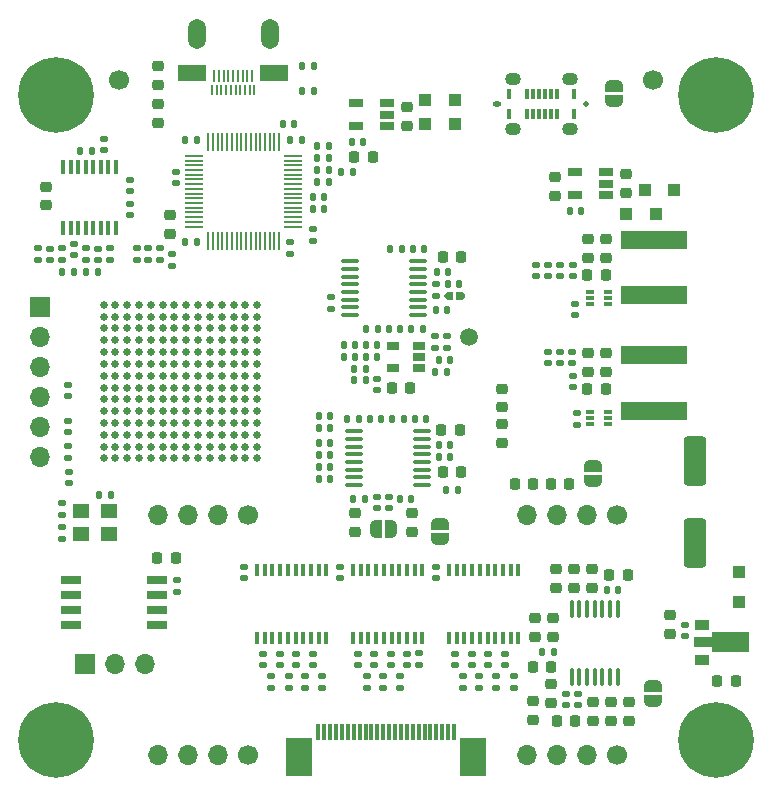
<source format=gbr>
%TF.GenerationSoftware,KiCad,Pcbnew,8.0.4*%
%TF.CreationDate,2024-11-18T22:27:40+01:00*%
%TF.ProjectId,hd_64_v0,68645f36-345f-4763-902e-6b696361645f,0.1*%
%TF.SameCoordinates,PX4737720PY55fe290*%
%TF.FileFunction,Soldermask,Top*%
%TF.FilePolarity,Negative*%
%FSLAX46Y46*%
G04 Gerber Fmt 4.6, Leading zero omitted, Abs format (unit mm)*
G04 Created by KiCad (PCBNEW 8.0.4) date 2024-11-18 22:27:40*
%MOMM*%
%LPD*%
G01*
G04 APERTURE LIST*
G04 Aperture macros list*
%AMRoundRect*
0 Rectangle with rounded corners*
0 $1 Rounding radius*
0 $2 $3 $4 $5 $6 $7 $8 $9 X,Y pos of 4 corners*
0 Add a 4 corners polygon primitive as box body*
4,1,4,$2,$3,$4,$5,$6,$7,$8,$9,$2,$3,0*
0 Add four circle primitives for the rounded corners*
1,1,$1+$1,$2,$3*
1,1,$1+$1,$4,$5*
1,1,$1+$1,$6,$7*
1,1,$1+$1,$8,$9*
0 Add four rect primitives between the rounded corners*
20,1,$1+$1,$2,$3,$4,$5,0*
20,1,$1+$1,$4,$5,$6,$7,0*
20,1,$1+$1,$6,$7,$8,$9,0*
20,1,$1+$1,$8,$9,$2,$3,0*%
%AMOutline5P*
0 Free polygon, 5 corners , with rotation*
0 The origin of the aperture is its center*
0 number of corners: always 5*
0 $1 to $10 corner X, Y*
0 $11 Rotation angle, in degrees counterclockwise*
0 create outline with 5 corners*
4,1,5,$1,$2,$3,$4,$5,$6,$7,$8,$9,$10,$1,$2,$11*%
%AMOutline6P*
0 Free polygon, 6 corners , with rotation*
0 The origin of the aperture is its center*
0 number of corners: always 6*
0 $1 to $12 corner X, Y*
0 $13 Rotation angle, in degrees counterclockwise*
0 create outline with 6 corners*
4,1,6,$1,$2,$3,$4,$5,$6,$7,$8,$9,$10,$11,$12,$1,$2,$13*%
%AMOutline7P*
0 Free polygon, 7 corners , with rotation*
0 The origin of the aperture is its center*
0 number of corners: always 7*
0 $1 to $14 corner X, Y*
0 $15 Rotation angle, in degrees counterclockwise*
0 create outline with 7 corners*
4,1,7,$1,$2,$3,$4,$5,$6,$7,$8,$9,$10,$11,$12,$13,$14,$1,$2,$15*%
%AMOutline8P*
0 Free polygon, 8 corners , with rotation*
0 The origin of the aperture is its center*
0 number of corners: always 8*
0 $1 to $16 corner X, Y*
0 $17 Rotation angle, in degrees counterclockwise*
0 create outline with 8 corners*
4,1,8,$1,$2,$3,$4,$5,$6,$7,$8,$9,$10,$11,$12,$13,$14,$15,$16,$1,$2,$17*%
%AMFreePoly0*
4,1,19,0.500000,-0.750000,0.000000,-0.750000,0.000000,-0.744911,-0.071157,-0.744911,-0.207708,-0.704816,-0.327430,-0.627875,-0.420627,-0.520320,-0.479746,-0.390866,-0.500000,-0.250000,-0.500000,0.250000,-0.479746,0.390866,-0.420627,0.520320,-0.327430,0.627875,-0.207708,0.704816,-0.071157,0.744911,0.000000,0.744911,0.000000,0.750000,0.500000,0.750000,0.500000,-0.750000,0.500000,-0.750000,
$1*%
%AMFreePoly1*
4,1,19,0.000000,0.744911,0.071157,0.744911,0.207708,0.704816,0.327430,0.627875,0.420627,0.520320,0.479746,0.390866,0.500000,0.250000,0.500000,-0.250000,0.479746,-0.390866,0.420627,-0.520320,0.327430,-0.627875,0.207708,-0.704816,0.071157,-0.744911,0.000000,-0.744911,0.000000,-0.750000,-0.500000,-0.750000,-0.500000,0.750000,0.000000,0.750000,0.000000,0.744911,0.000000,0.744911,
$1*%
%AMFreePoly2*
4,1,9,3.862500,-0.866500,0.737500,-0.866500,0.737500,-0.450000,-0.737500,-0.450000,-0.737500,0.450000,0.737500,0.450000,0.737500,0.866500,3.862500,0.866500,3.862500,-0.866500,3.862500,-0.866500,$1*%
G04 Aperture macros list end*
%ADD10FreePoly0,90.000000*%
%ADD11FreePoly1,90.000000*%
%ADD12RoundRect,0.218750X-0.256250X0.218750X-0.256250X-0.218750X0.256250X-0.218750X0.256250X0.218750X0*%
%ADD13RoundRect,0.218750X-0.218750X-0.256250X0.218750X-0.256250X0.218750X0.256250X-0.218750X0.256250X0*%
%ADD14RoundRect,0.218750X0.256250X-0.218750X0.256250X0.218750X-0.256250X0.218750X-0.256250X-0.218750X0*%
%ADD15RoundRect,0.147500X0.172500X-0.147500X0.172500X0.147500X-0.172500X0.147500X-0.172500X-0.147500X0*%
%ADD16RoundRect,0.147500X-0.172500X0.147500X-0.172500X-0.147500X0.172500X-0.147500X0.172500X0.147500X0*%
%ADD17C,1.700000*%
%ADD18C,6.400000*%
%ADD19RoundRect,0.147500X0.147500X0.172500X-0.147500X0.172500X-0.147500X-0.172500X0.147500X-0.172500X0*%
%ADD20R,0.400000X1.000000*%
%ADD21RoundRect,0.100000X0.637500X0.100000X-0.637500X0.100000X-0.637500X-0.100000X0.637500X-0.100000X0*%
%ADD22R,1.300000X0.900000*%
%ADD23FreePoly2,0.000000*%
%ADD24RoundRect,0.147500X-0.147500X-0.172500X0.147500X-0.172500X0.147500X0.172500X-0.147500X0.172500X0*%
%ADD25R,0.400000X1.200000*%
%ADD26R,0.300000X1.400000*%
%ADD27R,2.200000X3.300000*%
%ADD28RoundRect,0.100000X-0.637500X-0.100000X0.637500X-0.100000X0.637500X0.100000X-0.637500X0.100000X0*%
%ADD29R,1.000000X1.000000*%
%ADD30R,5.700000X1.600000*%
%ADD31RoundRect,0.250000X-0.700000X1.825000X-0.700000X-1.825000X0.700000X-1.825000X0.700000X1.825000X0*%
%ADD32R,1.060000X0.650000*%
%ADD33RoundRect,0.218750X0.218750X0.256250X-0.218750X0.256250X-0.218750X-0.256250X0.218750X-0.256250X0*%
%ADD34R,0.304800X0.863600*%
%ADD35O,1.346200X1.092200*%
%ADD36O,0.710000X0.508000*%
%ADD37C,0.508000*%
%ADD38C,1.500000*%
%ADD39O,1.700000X1.700000*%
%ADD40R,0.700000X0.340000*%
%ADD41R,1.400000X1.200000*%
%ADD42RoundRect,0.062500X0.687500X0.062500X-0.687500X0.062500X-0.687500X-0.062500X0.687500X-0.062500X0*%
%ADD43RoundRect,0.062500X0.062500X0.687500X-0.062500X0.687500X-0.062500X-0.687500X0.062500X-0.687500X0*%
%ADD44FreePoly0,270.000000*%
%ADD45FreePoly1,270.000000*%
%ADD46R,1.220000X0.650000*%
%ADD47R,1.700000X0.650000*%
%ADD48C,0.654000*%
%ADD49R,0.230000X0.850000*%
%ADD50R,0.230000X1.000000*%
%ADD51R,2.400000X1.380000*%
%ADD52O,1.500000X2.550000*%
%ADD53RoundRect,0.100000X0.100000X-0.637500X0.100000X0.637500X-0.100000X0.637500X-0.100000X-0.637500X0*%
%ADD54R,1.700000X1.700000*%
%ADD55FreePoly0,0.000000*%
%ADD56FreePoly1,0.000000*%
%ADD57Outline6P,-0.381000X0.120000X-0.201000X0.300000X0.381000X0.300000X0.381000X-0.300000X-0.201000X-0.300000X-0.381000X-0.120000X180.000000*%
%ADD58Outline6P,-0.381000X0.300000X0.201000X0.300000X0.381000X0.120000X0.381000X-0.120000X0.201000X-0.300000X-0.381000X-0.300000X180.000000*%
G04 APERTURE END LIST*
D10*
X51054000Y57897000D03*
D11*
X51054000Y59197000D03*
D12*
X44323000Y14122500D03*
X44323000Y12547500D03*
X45847000Y14122500D03*
X45847000Y12547500D03*
D13*
X44170500Y10033000D03*
X45745500Y10033000D03*
D14*
X2924000Y49082500D03*
X2924000Y50657500D03*
D15*
X36888500Y37036000D03*
X36888500Y38006000D03*
D16*
X33528000Y11130000D03*
X33528000Y10160000D03*
D15*
X4826000Y27709000D03*
X4826000Y28679000D03*
D16*
X38989000Y11130000D03*
X38989000Y10160000D03*
D17*
X54356000Y59690000D03*
D16*
X30099000Y9225000D03*
X30099000Y8255000D03*
D18*
X59690000Y3810000D03*
D10*
X36322000Y20813000D03*
D11*
X36322000Y22113000D03*
D19*
X29949000Y24257000D03*
X28979000Y24257000D03*
D14*
X52093000Y50139500D03*
X52093000Y51714500D03*
D20*
X28952000Y12444000D03*
X29602000Y12444000D03*
X30252000Y12444000D03*
X30902000Y12444000D03*
X31552000Y12444000D03*
X32202000Y12444000D03*
X32852000Y12444000D03*
X33502000Y12444000D03*
X34152000Y12444000D03*
X34802000Y12444000D03*
X34802000Y18244000D03*
X34152000Y18244000D03*
X33502000Y18244000D03*
X32852000Y18244000D03*
X32202000Y18244000D03*
X31552000Y18244000D03*
X30902000Y18244000D03*
X30252000Y18244000D03*
X29602000Y18244000D03*
X28952000Y18244000D03*
D21*
X34739500Y25411000D03*
X34739500Y26061000D03*
X34739500Y26711000D03*
X34739500Y27361000D03*
X34739500Y28011000D03*
X34739500Y28661000D03*
X34739500Y29311000D03*
X34739500Y29961000D03*
X29014500Y29961000D03*
X29014500Y29311000D03*
X29014500Y28661000D03*
X29014500Y28011000D03*
X29014500Y27361000D03*
X29014500Y26711000D03*
X29014500Y26061000D03*
X29014500Y25411000D03*
D16*
X30929500Y24402000D03*
X30929500Y23432000D03*
D19*
X24615000Y54610000D03*
X23645000Y54610000D03*
D22*
X58476500Y13589000D03*
D23*
X58564000Y12089000D03*
D22*
X58476500Y10589000D03*
D16*
X25527000Y11130000D03*
X25527000Y10160000D03*
D19*
X51412000Y16510000D03*
X50442000Y16510000D03*
D15*
X5334000Y44854000D03*
X5334000Y45824000D03*
D19*
X37188000Y27813000D03*
X36218000Y27813000D03*
D16*
X42545000Y9225000D03*
X42545000Y8255000D03*
D12*
X33909000Y23012500D03*
X33909000Y21437500D03*
D24*
X28139000Y36270000D03*
X29109000Y36270000D03*
D25*
X4401500Y47170000D03*
X5036500Y47170000D03*
X5671500Y47170000D03*
X6306500Y47170000D03*
X6941500Y47170000D03*
X7576500Y47170000D03*
X8211500Y47170000D03*
X8846500Y47170000D03*
X8846500Y52370000D03*
X8211500Y52370000D03*
X7576500Y52370000D03*
X6941500Y52370000D03*
X6306500Y52370000D03*
X5671500Y52370000D03*
X5036500Y52370000D03*
X4401500Y52370000D03*
D26*
X37500000Y4477500D03*
X37000000Y4477500D03*
X36500000Y4477500D03*
X36000000Y4477500D03*
X35500000Y4477500D03*
X35000000Y4477500D03*
X34500000Y4477500D03*
X34000000Y4477500D03*
X33500000Y4477500D03*
X33000000Y4477500D03*
X32500000Y4477500D03*
X32000000Y4477500D03*
X31500000Y4477500D03*
X31000000Y4477500D03*
X30500000Y4477500D03*
X30000000Y4477500D03*
X29500000Y4477500D03*
X29000000Y4477500D03*
X28500000Y4477500D03*
X28000000Y4477500D03*
X27500000Y4477500D03*
X27000000Y4477500D03*
X26500000Y4477500D03*
X26000000Y4477500D03*
D27*
X39100000Y2407500D03*
X24400000Y2407500D03*
D16*
X30734000Y11130000D03*
X30734000Y10160000D03*
D19*
X27028000Y28956000D03*
X26058000Y28956000D03*
D28*
X28692000Y44368000D03*
X28692000Y43718000D03*
X28692000Y43068000D03*
X28692000Y42418000D03*
X28692000Y41768000D03*
X28692000Y41118000D03*
X28692000Y40468000D03*
X28692000Y39818000D03*
X34417000Y39818000D03*
X34417000Y40468000D03*
X34417000Y41118000D03*
X34417000Y41768000D03*
X34417000Y42418000D03*
X34417000Y43068000D03*
X34417000Y43718000D03*
X34417000Y44368000D03*
D16*
X7386000Y45429000D03*
X7386000Y44459000D03*
D29*
X61595000Y18014000D03*
X61595000Y15514000D03*
D30*
X54399000Y41465000D03*
X54399000Y46165000D03*
D19*
X26520000Y48768000D03*
X25550000Y48768000D03*
X34833500Y38664000D03*
X33863500Y38664000D03*
D14*
X29083000Y21437500D03*
X29083000Y23012500D03*
D24*
X29039000Y34270000D03*
X30009000Y34270000D03*
D12*
X49276000Y7010500D03*
X49276000Y5435500D03*
D19*
X29822000Y54483000D03*
X28852000Y54483000D03*
D16*
X29337000Y11130000D03*
X29337000Y10160000D03*
D31*
X57872500Y27478000D03*
X57872500Y20528000D03*
D16*
X46990000Y7724000D03*
X46990000Y6754000D03*
D14*
X41529000Y28981500D03*
X41529000Y30556500D03*
D24*
X23010000Y56007000D03*
X23980000Y56007000D03*
D13*
X36423500Y30099000D03*
X37998500Y30099000D03*
D29*
X53657000Y50419000D03*
X56157000Y50419000D03*
D19*
X36934000Y40259000D03*
X35964000Y40259000D03*
D32*
X34559500Y35301000D03*
X34559500Y36251000D03*
X34559500Y37201000D03*
X32359500Y37201000D03*
X32359500Y35301000D03*
D33*
X38125500Y44760000D03*
X36550500Y44760000D03*
D16*
X23624000Y45955000D03*
X23624000Y44985000D03*
D24*
X26058000Y26924000D03*
X27028000Y26924000D03*
D15*
X19685000Y17526000D03*
X19685000Y18496000D03*
D34*
X47674000Y58535000D03*
X46174000Y58535000D03*
X45674001Y58535000D03*
X45174000Y58535000D03*
X44674000Y58535000D03*
X44173999Y58535000D03*
X43674000Y58535000D03*
X42174000Y58535000D03*
X42174000Y56805000D03*
X43674000Y56805000D03*
X44173999Y56805000D03*
X44674000Y56805000D03*
X45174000Y56805000D03*
X45674001Y56805000D03*
X46174000Y56805000D03*
X47674000Y56805000D03*
D35*
X42524000Y59820001D03*
X47324000Y59820001D03*
X42524000Y55519999D03*
X47324000Y55519999D03*
D36*
X41174000Y57670000D03*
D37*
X48674000Y57670000D03*
D19*
X5311000Y43434000D03*
X4341000Y43434000D03*
D15*
X47541000Y43076000D03*
X47541000Y44046000D03*
D19*
X15725000Y54610000D03*
X14755000Y54610000D03*
D24*
X32916000Y24257000D03*
X33886000Y24257000D03*
D13*
X50647500Y17780000D03*
X52222500Y17780000D03*
D19*
X48280000Y48641000D03*
X47310000Y48641000D03*
X33251000Y30988000D03*
X32281000Y30988000D03*
D24*
X28139000Y37270000D03*
X29109000Y37270000D03*
D38*
X38735000Y37973000D03*
D16*
X4318000Y21821000D03*
X4318000Y20851000D03*
X26289000Y9225000D03*
X26289000Y8255000D03*
D13*
X48785500Y43180000D03*
X50360500Y43180000D03*
D19*
X36992500Y43490000D03*
X36022500Y43490000D03*
X26520000Y49784000D03*
X25550000Y49784000D03*
D16*
X4924000Y26555000D03*
X4924000Y25585000D03*
D12*
X50335000Y46253500D03*
X50335000Y44678500D03*
D19*
X27028000Y31242000D03*
X26058000Y31242000D03*
D14*
X55753000Y12801500D03*
X55753000Y14376500D03*
D16*
X2286000Y45443000D03*
X2286000Y44473000D03*
D15*
X10053000Y50301000D03*
X10053000Y51271000D03*
D16*
X21971000Y9225000D03*
X21971000Y8255000D03*
D14*
X41529000Y32004000D03*
X41529000Y33579000D03*
D19*
X26901000Y52070000D03*
X25931000Y52070000D03*
D16*
X24892000Y9225000D03*
X24892000Y8255000D03*
D12*
X44196000Y7137500D03*
X44196000Y5562500D03*
D16*
X57023000Y13566000D03*
X57023000Y12596000D03*
D13*
X29057500Y53213000D03*
X30632500Y53213000D03*
D19*
X35156000Y30988000D03*
X34186000Y30988000D03*
D16*
X13624000Y44955000D03*
X13624000Y43985000D03*
X30988000Y34394000D03*
X30988000Y33424000D03*
D12*
X47625000Y18313500D03*
X47625000Y16738500D03*
X52324000Y7010500D03*
X52324000Y5435500D03*
D19*
X31346000Y30988000D03*
X30376000Y30988000D03*
D16*
X6350000Y45443000D03*
X6350000Y44473000D03*
D19*
X32928500Y38664000D03*
X31958500Y38664000D03*
D17*
X20066000Y2540000D03*
D39*
X17526000Y2540000D03*
X14986000Y2540000D03*
X12446000Y2540000D03*
D40*
X50534000Y40775000D03*
X50534000Y41275000D03*
X50534000Y41775000D03*
X49034000Y41775000D03*
X49034000Y41275000D03*
X49034000Y40775000D03*
D14*
X12446000Y56108500D03*
X12446000Y57683500D03*
D15*
X27813000Y17526000D03*
X27813000Y18496000D03*
D19*
X28933000Y51943000D03*
X27963000Y51943000D03*
D16*
X41783000Y11130000D03*
X41783000Y10160000D03*
D41*
X5912000Y21275000D03*
X8312000Y21275000D03*
X8312000Y23175000D03*
X5912000Y23175000D03*
D16*
X27109500Y41308000D03*
X27109500Y40338000D03*
D24*
X33990500Y45395000D03*
X34960500Y45395000D03*
D12*
X46101000Y18313500D03*
X46101000Y16738500D03*
D19*
X15709000Y45970000D03*
X14739000Y45970000D03*
X26901000Y54102000D03*
X25931000Y54102000D03*
D14*
X33528000Y55854500D03*
X33528000Y57429500D03*
D16*
X32893000Y9225000D03*
X32893000Y8255000D03*
D19*
X37823000Y25019000D03*
X36853000Y25019000D03*
D33*
X33807500Y33655000D03*
X32232500Y33655000D03*
D24*
X36980000Y42418000D03*
X37950000Y42418000D03*
D16*
X11624000Y45455000D03*
X11624000Y44485000D03*
X48006000Y7724000D03*
X48006000Y6754000D03*
X10624000Y45455000D03*
X10624000Y44485000D03*
D13*
X45694500Y25527000D03*
X47269500Y25527000D03*
D16*
X45466000Y36680000D03*
X45466000Y35710000D03*
X41021000Y9225000D03*
X41021000Y8255000D03*
D42*
X23860000Y47292000D03*
X23860000Y47692000D03*
X23860000Y48092000D03*
X23860000Y48492000D03*
X23860000Y48892000D03*
X23860000Y49292000D03*
X23860000Y49692000D03*
X23860000Y50092000D03*
X23860000Y50492000D03*
X23860000Y50892000D03*
X23860000Y51292000D03*
X23860000Y51692000D03*
X23860000Y52092000D03*
X23860000Y52492000D03*
X23860000Y52892000D03*
X23860000Y53292000D03*
D43*
X22685000Y54467000D03*
X22285000Y54467000D03*
X21885000Y54467000D03*
X21485000Y54467000D03*
X21085000Y54467000D03*
X20685000Y54467000D03*
X20285000Y54467000D03*
X19885000Y54467000D03*
X19485000Y54467000D03*
X19085000Y54467000D03*
X18685000Y54467000D03*
X18285000Y54467000D03*
X17885000Y54467000D03*
X17485000Y54467000D03*
X17085000Y54467000D03*
X16685000Y54467000D03*
D42*
X15510000Y53292000D03*
X15510000Y52892000D03*
X15510000Y52492000D03*
X15510000Y52092000D03*
X15510000Y51692000D03*
X15510000Y51292000D03*
X15510000Y50892000D03*
X15510000Y50492000D03*
X15510000Y50092000D03*
X15510000Y49692000D03*
X15510000Y49292000D03*
X15510000Y48892000D03*
X15510000Y48492000D03*
X15510000Y48092000D03*
X15510000Y47692000D03*
X15510000Y47292000D03*
D43*
X16685000Y46117000D03*
X17085000Y46117000D03*
X17485000Y46117000D03*
X17885000Y46117000D03*
X18285000Y46117000D03*
X18685000Y46117000D03*
X19085000Y46117000D03*
X19485000Y46117000D03*
X19885000Y46117000D03*
X20285000Y46117000D03*
X20685000Y46117000D03*
X21085000Y46117000D03*
X21485000Y46117000D03*
X21885000Y46117000D03*
X22285000Y46117000D03*
X22685000Y46117000D03*
D16*
X3324000Y45429000D03*
X3324000Y44459000D03*
D13*
X36550500Y26543000D03*
X38125500Y26543000D03*
D16*
X47879000Y31473000D03*
X47879000Y30503000D03*
D44*
X49276000Y27066000D03*
D45*
X49276000Y25766000D03*
D16*
X37592000Y11130000D03*
X37592000Y10160000D03*
D14*
X46017000Y49885500D03*
X46017000Y51460500D03*
D15*
X34544000Y10183000D03*
X34544000Y11153000D03*
D16*
X31945500Y24402000D03*
X31945500Y23432000D03*
D46*
X31790000Y55819000D03*
X31790000Y56769000D03*
X31790000Y57719000D03*
X29170000Y57719000D03*
X29170000Y55819000D03*
D16*
X7874000Y54714000D03*
X7874000Y53744000D03*
X35872500Y38006000D03*
X35872500Y37036000D03*
X31496000Y9225000D03*
X31496000Y8255000D03*
D18*
X59690000Y58420000D03*
D12*
X50335000Y36601500D03*
X50335000Y35026500D03*
D19*
X29441000Y30988000D03*
X28471000Y30988000D03*
D24*
X24661000Y60870000D03*
X25631000Y60870000D03*
D19*
X27028000Y30226000D03*
X26058000Y30226000D03*
D29*
X35072000Y58039000D03*
X37572000Y58039000D03*
D15*
X13970000Y50973000D03*
X13970000Y51943000D03*
D16*
X38227000Y9225000D03*
X38227000Y8255000D03*
X32131000Y11130000D03*
X32131000Y10160000D03*
D12*
X50800000Y7010500D03*
X50800000Y5435500D03*
D47*
X5024000Y17410000D03*
X5024000Y16140000D03*
X5024000Y14870000D03*
X5024000Y13600000D03*
X12324000Y13600000D03*
X12324000Y14870000D03*
X12324000Y16140000D03*
X12324000Y17410000D03*
D24*
X25931000Y51054000D03*
X26901000Y51054000D03*
D17*
X51308000Y22860000D03*
D39*
X48768000Y22860000D03*
X46228000Y22860000D03*
X43688000Y22860000D03*
D16*
X40386000Y11130000D03*
X40386000Y10160000D03*
X22733000Y11130000D03*
X22733000Y10160000D03*
D17*
X9144000Y59690000D03*
D15*
X47541000Y33678000D03*
X47541000Y34648000D03*
D12*
X49149000Y18313500D03*
X49149000Y16738500D03*
D19*
X37188000Y28829000D03*
X36218000Y28829000D03*
D14*
X12446000Y59283500D03*
X12446000Y60858500D03*
D16*
X44450000Y44046000D03*
X44450000Y43076000D03*
D48*
X7824000Y40670000D03*
X8824000Y40670000D03*
X9824000Y40670000D03*
X10824000Y40670000D03*
X11824000Y40670000D03*
X12824000Y40670000D03*
X13824000Y40670000D03*
X14824000Y40670000D03*
X15824000Y40670000D03*
X16824000Y40670000D03*
X17824000Y40670000D03*
X18824000Y40670000D03*
X19824000Y40670000D03*
X20824000Y40670000D03*
X7824000Y39670000D03*
X8824000Y39670000D03*
X9824000Y39670000D03*
X10824000Y39670000D03*
X11824000Y39670000D03*
X12824000Y39670000D03*
X13824000Y39670000D03*
X14824000Y39670000D03*
X15824000Y39670000D03*
X16824000Y39670000D03*
X17824000Y39670000D03*
X18824000Y39670000D03*
X19824000Y39670000D03*
X20824000Y39670000D03*
X7824000Y38670000D03*
X8824000Y38670000D03*
X9824000Y38670000D03*
X10824000Y38670000D03*
X11824000Y38670000D03*
X12824000Y38670000D03*
X13824000Y38670000D03*
X14824000Y38670000D03*
X15824000Y38670000D03*
X16824000Y38670000D03*
X17824000Y38670000D03*
X18824000Y38670000D03*
X19824000Y38670000D03*
X20824000Y38670000D03*
X7824000Y37670000D03*
X8824000Y37670000D03*
X9824000Y37670000D03*
X10824000Y37670000D03*
X11824000Y37670000D03*
X12824000Y37670000D03*
X13824000Y37670000D03*
X14824000Y37670000D03*
X15824000Y37670000D03*
X16824000Y37670000D03*
X17824000Y37670000D03*
X18824000Y37670000D03*
X19824000Y37670000D03*
X20824000Y37670000D03*
X7824000Y36670000D03*
X8824000Y36670000D03*
X9824000Y36670000D03*
X10824000Y36670000D03*
X11824000Y36670000D03*
X12824000Y36670000D03*
X13824000Y36670000D03*
X14824000Y36670000D03*
X15824000Y36670000D03*
X16824000Y36670000D03*
X17824000Y36670000D03*
X18824000Y36670000D03*
X19824000Y36670000D03*
X20824000Y36670000D03*
X7824000Y35670000D03*
X8824000Y35670000D03*
X9824000Y35670000D03*
X10824000Y35670000D03*
X11824000Y35670000D03*
X12824000Y35670000D03*
X13824000Y35670000D03*
X14824000Y35670000D03*
X15824000Y35670000D03*
X16824000Y35670000D03*
X17824000Y35670000D03*
X18824000Y35670000D03*
X19824000Y35670000D03*
X20824000Y35670000D03*
X7824000Y34670000D03*
X8824000Y34670000D03*
X9824000Y34670000D03*
X10824000Y34670000D03*
X11824000Y34670000D03*
X12824000Y34670000D03*
X13824000Y34670000D03*
X14824000Y34670000D03*
X15824000Y34670000D03*
X16824000Y34670000D03*
X17824000Y34670000D03*
X18824000Y34670000D03*
X19824000Y34670000D03*
X20824000Y34670000D03*
X7824000Y33670000D03*
X8824000Y33670000D03*
X9824000Y33670000D03*
X10824000Y33670000D03*
X11824000Y33670000D03*
X12824000Y33670000D03*
X13824000Y33670000D03*
X14824000Y33670000D03*
X15824000Y33670000D03*
X16824000Y33670000D03*
X17824000Y33670000D03*
X18824000Y33670000D03*
X19824000Y33670000D03*
X20824000Y33670000D03*
X7824000Y32670000D03*
X8824000Y32670000D03*
X9824000Y32670000D03*
X10824000Y32670000D03*
X11824000Y32670000D03*
X12824000Y32670000D03*
X13824000Y32670000D03*
X14824000Y32670000D03*
X15824000Y32670000D03*
X16824000Y32670000D03*
X17824000Y32670000D03*
X18824000Y32670000D03*
X19824000Y32670000D03*
X20824000Y32670000D03*
X7824000Y31670000D03*
X8824000Y31670000D03*
X9824000Y31670000D03*
X10824000Y31670000D03*
X11824000Y31670000D03*
X12824000Y31670000D03*
X13824000Y31670000D03*
X14824000Y31670000D03*
X15824000Y31670000D03*
X16824000Y31670000D03*
X17824000Y31670000D03*
X18824000Y31670000D03*
X19824000Y31670000D03*
X20824000Y31670000D03*
X7824000Y30670000D03*
X8824000Y30670000D03*
X9824000Y30670000D03*
X10824000Y30670000D03*
X11824000Y30670000D03*
X12824000Y30670000D03*
X13824000Y30670000D03*
X14824000Y30670000D03*
X15824000Y30670000D03*
X16824000Y30670000D03*
X17824000Y30670000D03*
X18824000Y30670000D03*
X19824000Y30670000D03*
X20824000Y30670000D03*
X7824000Y29670000D03*
X8824000Y29670000D03*
X9824000Y29670000D03*
X10824000Y29670000D03*
X11824000Y29670000D03*
X12824000Y29670000D03*
X13824000Y29670000D03*
X14824000Y29670000D03*
X15824000Y29670000D03*
X16824000Y29670000D03*
X17824000Y29670000D03*
X18824000Y29670000D03*
X19824000Y29670000D03*
X20824000Y29670000D03*
X7824000Y28670000D03*
X8824000Y28670000D03*
X9824000Y28670000D03*
X10824000Y28670000D03*
X11824000Y28670000D03*
X12824000Y28670000D03*
X13824000Y28670000D03*
X14824000Y28670000D03*
X15824000Y28670000D03*
X16824000Y28670000D03*
X17824000Y28670000D03*
X18824000Y28670000D03*
X19824000Y28670000D03*
X20824000Y28670000D03*
X7824000Y27670000D03*
X8824000Y27670000D03*
X9824000Y27670000D03*
X10824000Y27670000D03*
X11824000Y27670000D03*
X12824000Y27670000D03*
X13824000Y27670000D03*
X14824000Y27670000D03*
X15824000Y27670000D03*
X16824000Y27670000D03*
X17824000Y27670000D03*
X18824000Y27670000D03*
X19824000Y27670000D03*
X20824000Y27670000D03*
D24*
X44981000Y11303000D03*
X45951000Y11303000D03*
D15*
X35941000Y17526000D03*
X35941000Y18496000D03*
D49*
X16996000Y58852000D03*
D50*
X17196000Y60077000D03*
D49*
X17396000Y58852000D03*
D50*
X17596000Y60077000D03*
D49*
X17796000Y58852000D03*
D50*
X17996000Y60077000D03*
D49*
X18196000Y58852000D03*
D50*
X18396000Y60077000D03*
D49*
X18596000Y58852000D03*
D50*
X18796000Y60077000D03*
D49*
X18996000Y58852000D03*
D50*
X19196000Y60077000D03*
D49*
X19396000Y58852000D03*
D50*
X19596000Y60077000D03*
D49*
X19796000Y58852000D03*
D50*
X19996000Y60077000D03*
D49*
X20196000Y58852000D03*
D50*
X20396000Y60077000D03*
D49*
X20596000Y58852000D03*
D51*
X22246000Y60267000D03*
D52*
X21896000Y63627000D03*
X15696000Y63627000D03*
D51*
X15346000Y60267000D03*
D24*
X24661000Y58801000D03*
X25631000Y58801000D03*
D33*
X47777500Y5461000D03*
X46202500Y5461000D03*
D17*
X51308000Y2540000D03*
D39*
X48768000Y2540000D03*
X46228000Y2540000D03*
X43688000Y2540000D03*
D19*
X31023500Y38664000D03*
X30053500Y38664000D03*
D24*
X7439000Y24570000D03*
X8409000Y24570000D03*
D40*
X50534000Y30615000D03*
X50534000Y31115000D03*
X50534000Y31615000D03*
X49034000Y31615000D03*
X49034000Y31115000D03*
X49034000Y30615000D03*
D15*
X46482000Y35710000D03*
X46482000Y36680000D03*
D12*
X48811000Y46253500D03*
X48811000Y44678500D03*
D15*
X4826000Y32916000D03*
X4826000Y33886000D03*
X14024000Y16385000D03*
X14024000Y17355000D03*
D13*
X48785500Y33528000D03*
X50360500Y33528000D03*
D16*
X12624000Y45455000D03*
X12624000Y44485000D03*
D24*
X35895500Y34981000D03*
X36865500Y34981000D03*
D18*
X3810000Y3810000D03*
D19*
X37188000Y35997000D03*
X36218000Y35997000D03*
D16*
X4824000Y30855000D03*
X4824000Y29885000D03*
D53*
X47453000Y14927500D03*
X48103000Y14927500D03*
X48753000Y14927500D03*
X49403000Y14927500D03*
X50053000Y14927500D03*
X50703000Y14927500D03*
X51353000Y14927500D03*
X51353000Y9202500D03*
X50703000Y9202500D03*
X50053000Y9202500D03*
X49403000Y9202500D03*
X48753000Y9202500D03*
X48103000Y9202500D03*
X47453000Y9202500D03*
D54*
X2438000Y40488000D03*
D39*
X2438000Y37948000D03*
X2438000Y35408000D03*
X2438000Y32868000D03*
X2438000Y30328000D03*
X2438000Y27788000D03*
D13*
X42646500Y25527000D03*
X44221500Y25527000D03*
D24*
X32085500Y45395000D03*
X33055500Y45395000D03*
D19*
X31009000Y37270000D03*
X30039000Y37270000D03*
D29*
X52070000Y48387000D03*
X54570000Y48387000D03*
D46*
X50355000Y49977000D03*
X50355000Y50927000D03*
X50355000Y51877000D03*
X47735000Y51877000D03*
X47735000Y49977000D03*
D16*
X8382000Y45443000D03*
X8382000Y44473000D03*
D55*
X30846000Y21717000D03*
D56*
X32146000Y21717000D03*
D16*
X46482000Y44046000D03*
X46482000Y43076000D03*
D24*
X26058000Y27940000D03*
X27028000Y27940000D03*
D16*
X4318000Y45443000D03*
X4318000Y44473000D03*
D15*
X10053000Y48269000D03*
X10053000Y49239000D03*
D19*
X26901000Y53086000D03*
X25931000Y53086000D03*
D15*
X45466000Y43076000D03*
X45466000Y44046000D03*
D12*
X45720000Y8534500D03*
X45720000Y6959500D03*
D14*
X13424000Y46682500D03*
X13424000Y48257500D03*
D13*
X59791500Y8787000D03*
X61366500Y8787000D03*
D24*
X26058000Y25908000D03*
X27028000Y25908000D03*
D30*
X54399000Y31686000D03*
X54399000Y36386000D03*
D16*
X25524000Y47055000D03*
X25524000Y46085000D03*
D17*
X20066000Y22860000D03*
D39*
X17526000Y22860000D03*
X14986000Y22860000D03*
X12446000Y22860000D03*
D13*
X12336500Y19270000D03*
X13911500Y19270000D03*
D16*
X23495000Y9225000D03*
X23495000Y8255000D03*
D24*
X6350000Y43434000D03*
X7320000Y43434000D03*
D16*
X21336000Y11130000D03*
X21336000Y10160000D03*
X47498000Y36680000D03*
X47498000Y35710000D03*
D15*
X35941000Y41425000D03*
X35941000Y42395000D03*
D16*
X24130000Y11130000D03*
X24130000Y10160000D03*
D24*
X5865000Y53721000D03*
X6835000Y53721000D03*
D54*
X6223000Y10287000D03*
D39*
X8763000Y10287000D03*
X11303000Y10287000D03*
D20*
X37080000Y12444000D03*
X37730000Y12444000D03*
X38380000Y12444000D03*
X39030000Y12444000D03*
X39680000Y12444000D03*
X40330000Y12444000D03*
X40980000Y12444000D03*
X41630000Y12444000D03*
X42280000Y12444000D03*
X42930000Y12444000D03*
X42930000Y18244000D03*
X42280000Y18244000D03*
X41630000Y18244000D03*
X40980000Y18244000D03*
X40330000Y18244000D03*
X39680000Y18244000D03*
X39030000Y18244000D03*
X38380000Y18244000D03*
X37730000Y18244000D03*
X37080000Y18244000D03*
D16*
X47752000Y40744000D03*
X47752000Y39774000D03*
D57*
X38100000Y41402000D03*
D58*
X37084000Y41402000D03*
D16*
X39624000Y9225000D03*
X39624000Y8255000D03*
D24*
X29039000Y35270000D03*
X30009000Y35270000D03*
D16*
X4318000Y23853000D03*
X4318000Y22883000D03*
D12*
X48811000Y36601500D03*
X48811000Y35026500D03*
D19*
X31009000Y36270000D03*
X30039000Y36270000D03*
D18*
X3810000Y58420000D03*
D29*
X35072000Y56007000D03*
X37572000Y56007000D03*
D44*
X54356000Y8397000D03*
D45*
X54356000Y7097000D03*
D20*
X20824000Y12444000D03*
X21474000Y12444000D03*
X22124000Y12444000D03*
X22774000Y12444000D03*
X23424000Y12444000D03*
X24074000Y12444000D03*
X24724000Y12444000D03*
X25374000Y12444000D03*
X26024000Y12444000D03*
X26674000Y12444000D03*
X26674000Y18244000D03*
X26024000Y18244000D03*
X25374000Y18244000D03*
X24724000Y18244000D03*
X24074000Y18244000D03*
X23424000Y18244000D03*
X22774000Y18244000D03*
X22124000Y18244000D03*
X21474000Y18244000D03*
X20824000Y18244000D03*
M02*

</source>
